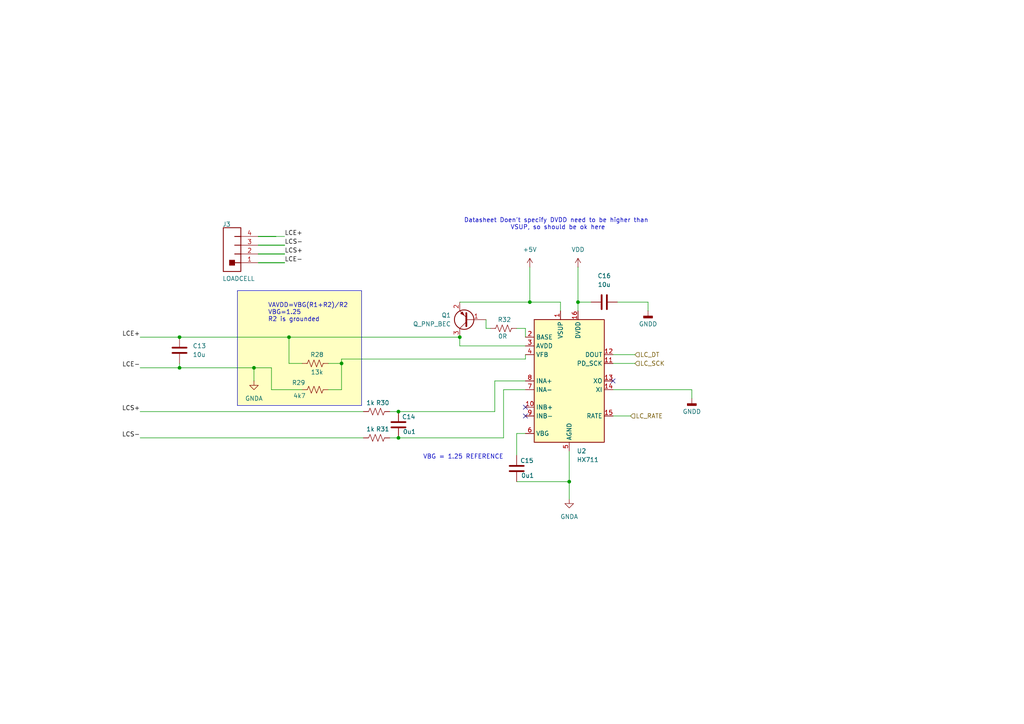
<source format=kicad_sch>
(kicad_sch (version 20250114) (generator "eeschema") (generator_version "9.0")
  (paper "A4")
  (lib_symbols
    (symbol "Analog_ADC:HX711"
      (property "Reference" "U" (at 5.08 21.59 0))
      (property "Value" "HX711" (at 7.62 19.05 0))
      (symbol "HX711_0_1"
        (rectangle (start -10.16 17.78) (end 10.16 -17.78) (stroke (width 0.254)) (fill (type background)))
      )
      (symbol "HX711_1_1"
        (pin passive line (at -12.7 12.7 0) (length 2.54) (name "BASE") (number "2"))
        (pin power_in line (at -12.7 10.16 0) (length 2.54) (name "AVDD") (number "3"))
        (pin input line (at -12.7 7.62 0) (length 2.54) (name "VFB") (number "4"))
        (pin input line (at -12.7 0 0) (length 2.54) (name "INA+") (number "8"))
        (pin input line (at -12.7 -2.54 0) (length 2.54) (name "INA-") (number "7"))
        (pin input line (at -12.7 -7.62 0) (length 2.54) (name "INB+") (number "10"))
        (pin input line (at -12.7 -10.16 0) (length 2.54) (name "INB-") (number "9"))
        (pin passive line (at -12.7 -15.24 0) (length 2.54) (name "VBG") (number "6"))
        (pin power_in line (at -2.54 20.32 270) (length 2.54) (name "VSUP") (number "1"))
        (pin power_in line (at 0 -20.32 90) (length 2.54) (name "AGND") (number "5"))
        (pin power_in line (at 2.54 20.32 270) (length 2.54) (name "DVDD") (number "16"))
        (pin output line (at 12.7 7.62 180) (length 2.54) (name "DOUT") (number "12"))
        (pin input line (at 12.7 5.08 180) (length 2.54) (name "PD_SCK") (number "11"))
        (pin passive line (at 12.7 0 180) (length 2.54) (name "XO") (number "13"))
        (pin passive line (at 12.7 -2.54 180) (length 2.54) (name "XI") (number "14"))
        (pin input line (at 12.7 -10.16 180) (length 2.54) (name "RATE") (number "15"))
      )
    )
    (symbol "Device:C" (pin_numbers (hide yes)) (pin_names (offset 0.254))
      (property "Reference" "C" (at 0.635 2.54 0))
      (property "Value" "C" (at 0.635 -2.54 0))
      (symbol "C_0_1"
        (polyline (pts (xy -2.032 0.762) (xy 2.032 0.762)) (stroke (width 0.508)))
        (polyline (pts (xy -2.032 -0.762) (xy 2.032 -0.762)) (stroke (width 0.508)))
      )
      (symbol "C_1_1"
        (pin passive line (at 0 3.81 270) (length 2.794) (name "~") (number "1"))
        (pin passive line (at 0 -3.81 90) (length 2.794) (name "~") (number "2"))
      )
    )
    (symbol "Device:Q_PNP_BEC" (pin_names (offset 0) (hide yes))
      (property "Reference" "Q" (at 5.08 1.27 0))
      (property "Value" "Q_PNP_BEC" (at 5.08 -1.27 0))
      (symbol "Q_PNP_BEC_0_1"
        (polyline (pts (xy 0.635 1.905) (xy 0.635 -1.905) (xy 0.635 -1.905)) (stroke (width 0.508)))
        (polyline (pts (xy 0.635 0.635) (xy 2.54 2.54)))
        (polyline (pts (xy 0.635 -0.635) (xy 2.54 -2.54) (xy 2.54 -2.54)))
        (circle (center 1.27 0) (radius 2.8194) (stroke (width 0.254)))
        (polyline (pts (xy 2.286 -1.778) (xy 1.778 -2.286) (xy 1.27 -1.27) (xy 2.286 -1.778) (xy 2.286 -1.778)) (fill (type outline)))
      )
      (symbol "Q_PNP_BEC_1_1"
        (pin input line (at -5.08 0 0) (length 5.715) (name "B") (number "1"))
        (pin passive line (at 2.54 5.08 270) (length 2.54) (name "C") (number "3"))
        (pin passive line (at 2.54 -5.08 90) (length 2.54) (name "E") (number "2"))
      )
    )
    (symbol "Device:R_US" (pin_numbers (hide yes)) (pin_names (offset 0))
      (property "Reference" "R" (at 2.54 0 90))
      (property "Value" "R_US" (at -2.54 0 90))
      (symbol "R_US_0_1"
        (polyline (pts (xy 0 2.286) (xy 0 2.54)))
        (polyline (pts (xy 0 2.286) (xy 1.016 1.905) (xy 0 1.524) (xy -1.016 1.143) (xy 0 0.762)))
        (polyline (pts (xy 0 0.762) (xy 1.016 0.381) (xy 0 0) (xy -1.016 -0.381) (xy 0 -0.762)))
        (polyline (pts (xy 0 -0.762) (xy 1.016 -1.143) (xy 0 -1.524) (xy -1.016 -1.905) (xy 0 -2.286)))
        (polyline (pts (xy 0 -2.286) (xy 0 -2.54)))
      )
      (symbol "R_US_1_1"
        (pin passive line (at 0 3.81 270) (length 1.27) (name "~") (number "1"))
        (pin passive line (at 0 -3.81 90) (length 1.27) (name "~") (number "2"))
      )
    )
    (symbol "UMTK-altium-import:2_4Pin JST"
      (property "Value" "2_4Pin JST" (at 0 0 0))
      (symbol "2_4Pin JST_1_0"
        (polyline (pts (xy -5.08 0) (xy 0 0) (xy 0 12.7) (xy -5.08 12.7) (xy -5.08 0)) (stroke (width 0.254)))
        (rectangle (start -1.778 3.302) (end -3.302 1.778) (fill (type outline)))
        (polyline (pts (xy 0 10.16) (xy -1.778 10.16)) (stroke (width 0.254)))
        (polyline (pts (xy 0 7.62) (xy -1.778 7.62)) (stroke (width 0.254)))
        (polyline (pts (xy 0 5.08) (xy -1.778 5.08)) (stroke (width 0.254)))
        (polyline (pts (xy 0 2.54) (xy -1.778 2.54)) (stroke (width 0.254)))
        (pin passive line (at 5.08 10.16 180) (length 5.08) (name "4") (number "4"))
        (pin passive line (at 5.08 7.62 180) (length 5.08) (name "3") (number "3"))
        (pin passive line (at 5.08 5.08 180) (length 5.08) (name "2") (number "2"))
        (pin passive line (at 5.08 2.54 180) (length 5.08) (name "1") (number "1"))
      )
    )
    (symbol "power:+5V" (power) (pin_numbers (hide yes)) (pin_names (offset 0) (hide yes))
      (property "Value" "+5V" (at 0 3.556 0))
      (symbol "+5V_0_1"
        (polyline (pts (xy -0.762 1.27) (xy 0 2.54)))
        (polyline (pts (xy 0 2.54) (xy 0.762 1.27)))
        (polyline (pts (xy 0 0) (xy 0 2.54)))
      )
      (symbol "+5V_1_1"
        (pin power_in line (at 0 0 90) (length 0) (name "~") (number "1"))
      )
    )
    (symbol "power:GNDA" (power) (pin_numbers (hide yes)) (pin_names (offset 0) (hide yes))
      (property "Value" "GNDA" (at 0 -3.81 0))
      (symbol "GNDA_0_1"
        (polyline (pts (xy 0 0) (xy 0 -1.27) (xy 1.27 -1.27) (xy 0 -2.54) (xy -1.27 -1.27) (xy 0 -1.27)))
      )
      (symbol "GNDA_1_1"
        (pin power_in line (at 0 0 270) (length 0) (name "~") (number "1"))
      )
    )
    (symbol "power:GNDD" (power) (pin_numbers (hide yes)) (pin_names (offset 0) (hide yes))
      (property "Value" "GNDD" (at 0 -3.175 0))
      (symbol "GNDD_0_1"
        (rectangle (start -1.27 -1.524) (end 1.27 -2.032) (stroke (width 0.254)) (fill (type outline)))
        (polyline (pts (xy 0 0) (xy 0 -1.524)))
      )
      (symbol "GNDD_1_1"
        (pin power_in line (at 0 0 270) (length 0) (name "~") (number "1"))
      )
    )
    (symbol "power:VDD" (power) (pin_numbers (hide yes)) (pin_names (offset 0) (hide yes))
      (property "Value" "VDD" (at 0 3.556 0))
      (symbol "VDD_0_1"
        (polyline (pts (xy -0.762 1.27) (xy 0 2.54)))
        (polyline (pts (xy 0 2.54) (xy 0.762 1.27)))
        (polyline (pts (xy 0 0) (xy 0 2.54)))
      )
      (symbol "VDD_1_1"
        (pin power_in line (at 0 0 90) (length 0) (name "~") (number "1"))
      )
    )
  )
  (rectangle (start 68.834 84.328) (end 104.902 117.602) (fill (type color) (color 255 255 194 1)))
  (text "VBG = 1.25 REFERENCE\n" (at 134.366 132.588 0) (effects (font (size 1.27 1.27))))
  (text "VAVDD=VBG(R1+R2)/R2\nVBG=1.25\nR2 is grounded" (at 77.724 90.678 0) (effects (font (size 1.27 1.27)) (justify left)))
  (text "Datasheet Doen't specify DVDD need to be higher than \nVSUP, so should be ok here" (at 161.798 65.024 0) (effects (font (size 1.27 1.27))))
  (junction (at 115.57 127))
  (junction (at 133.35 97.79))
  (junction (at 153.67 87.63))
  (junction (at 115.57 119.38))
  (junction (at 165.1 139.7))
  (junction (at 167.64 87.63))
  (junction (at 73.66 106.68))
  (junction (at 99.06 105.41))
  (junction (at 52.07 97.79))
  (junction (at 52.07 106.68))
  (junction (at 83.82 97.79))
  (no_connect (at 152.4 120.65))
  (no_connect (at 152.4 118.11))
  (no_connect (at 177.8 110.49))
  (wire (pts (xy 52.07 97.79) (xy 83.82 97.79)))
  (wire (pts (xy 143.51 119.38) (xy 143.51 110.49)))
  (wire (pts (xy 152.4 104.14) (xy 152.4 102.87)))
  (wire (pts (xy 99.06 105.41) (xy 99.06 113.03)))
  (wire (pts (xy 87.63 105.41) (xy 83.82 105.41)))
  (wire (pts (xy 95.25 105.41) (xy 99.06 105.41)))
  (wire (pts (xy 187.96 87.63) (xy 187.96 90.17)))
  (wire (pts (xy 52.07 106.68) (xy 73.66 106.68)))
  (wire (pts (xy 162.56 90.17) (xy 162.56 87.63)))
  (wire (pts (xy 74.93 68.58) (xy 80.01 68.58)) (stroke (width 0.254)))
  (wire (pts (xy 115.57 119.38) (xy 143.51 119.38)))
  (wire (pts (xy 99.06 104.14) (xy 99.06 105.41)))
  (wire (pts (xy 146.05 113.03) (xy 152.4 113.03)))
  (wire (pts (xy 115.57 127) (xy 146.05 127)))
  (wire (pts (xy 149.86 139.7) (xy 165.1 139.7)))
  (wire (pts (xy 113.03 127) (xy 115.57 127)))
  (wire (pts (xy 74.93 73.66) (xy 82.55 73.66)) (stroke (width 0.254)))
  (wire (pts (xy 146.05 127) (xy 146.05 113.03)))
  (wire (pts (xy 140.97 95.25) (xy 142.24 95.25)))
  (wire (pts (xy 140.97 92.71) (xy 140.97 95.25)))
  (wire (pts (xy 40.64 119.38) (xy 105.41 119.38)))
  (wire (pts (xy 99.06 113.03) (xy 95.25 113.03)))
  (wire (pts (xy 40.64 97.79) (xy 52.07 97.79)))
  (wire (pts (xy 40.64 127) (xy 105.41 127)))
  (wire (pts (xy 133.35 87.63) (xy 153.67 87.63)))
  (wire (pts (xy 200.66 115.57) (xy 200.66 113.03)))
  (wire (pts (xy 165.1 130.81) (xy 165.1 139.7)))
  (wire (pts (xy 149.86 125.73) (xy 149.86 132.08)))
  (wire (pts (xy 152.4 125.73) (xy 149.86 125.73)))
  (wire (pts (xy 74.93 76.2) (xy 82.55 76.2)) (stroke (width 0.254)))
  (wire (pts (xy 177.8 102.87) (xy 184.15 102.87)))
  (wire (pts (xy 153.67 77.47) (xy 153.67 87.63)))
  (wire (pts (xy 133.35 97.79) (xy 133.35 100.33)))
  (wire (pts (xy 82.55 71.12) (xy 74.93 71.12)) (stroke (width 0.254)))
  (wire (pts (xy 167.64 87.63) (xy 171.45 87.63)))
  (wire (pts (xy 149.86 95.25) (xy 152.4 95.25)))
  (wire (pts (xy 80.01 68.58) (xy 82.55 68.58)))
  (wire (pts (xy 167.64 87.63) (xy 167.64 90.17)))
  (wire (pts (xy 83.82 105.41) (xy 83.82 97.79)))
  (wire (pts (xy 73.66 106.68) (xy 73.66 110.49)))
  (wire (pts (xy 99.06 104.14) (xy 152.4 104.14)))
  (wire (pts (xy 113.03 119.38) (xy 115.57 119.38)))
  (wire (pts (xy 83.82 97.79) (xy 133.35 97.79)))
  (wire (pts (xy 143.51 110.49) (xy 152.4 110.49)))
  (wire (pts (xy 78.74 113.03) (xy 87.63 113.03)))
  (wire (pts (xy 177.8 113.03) (xy 200.66 113.03)))
  (wire (pts (xy 133.35 100.33) (xy 152.4 100.33)))
  (wire (pts (xy 152.4 95.25) (xy 152.4 97.79)))
  (wire (pts (xy 182.88 120.65) (xy 177.8 120.65)))
  (wire (pts (xy 177.8 105.41) (xy 184.15 105.41)))
  (wire (pts (xy 78.74 113.03) (xy 78.74 106.68)))
  (wire (pts (xy 165.1 139.7) (xy 165.1 144.78)))
  (wire (pts (xy 52.07 106.68) (xy 52.07 105.41)))
  (wire (pts (xy 40.64 106.68) (xy 52.07 106.68)))
  (wire (pts (xy 153.67 87.63) (xy 162.56 87.63)))
  (wire (pts (xy 179.07 87.63) (xy 187.96 87.63)))
  (wire (pts (xy 167.64 77.47) (xy 167.64 87.63)))
  (wire (pts (xy 73.66 106.68) (xy 78.74 106.68)))
  (label "LCE-" (at 82.55 76.2 0))
  (label "LCE+" (at 40.64 97.79 180))
  (label "LCS-" (at 40.64 127 180))
  (label "LCE+" (at 82.55 68.58 0))
  (label "LCS-" (at 82.55 71.12 0))
  (label "LCS+" (at 82.55 73.66 0))
  (label "LCS+" (at 40.64 119.38 180))
  (label "LCE-" (at 40.64 106.68 180))
  (hierarchical_label "LC_RATE" (shape input) (at 182.88 120.65 0))
  (hierarchical_label "LC_SCK" (shape input) (at 184.15 105.41 0))
  (hierarchical_label "LC_DT" (shape input) (at 184.15 102.87 0))
  (symbol (lib_id "Device:R_US") (at 91.44 105.41 90) (unit 1)
    (property "Reference" "R28" (at 91.948 102.87 90))
    (property "Value" "13k" (at 91.948 107.95 90))
    (property "Footprint" "Capacitor_SMD:C_0603_1608Metric" (effects (hide yes)))
    (property "Description" "Resistor, US symbol" (effects (hide yes)))
  )
  (symbol (lib_id "power:GNDD") (at 187.96 90.17 0) (unit 1)
    (property "Reference" "#PWR041" (effects (hide yes)))
    (property "Value" "GNDD" (at 187.96 93.98 0))
    (property "Description" "Power symbol creates a global label with name \"GNDD\" , digital ground" (effects (hide yes)))
  )
  (symbol (lib_id "power:GNDA") (at 165.1 144.78 0) (unit 1)
    (property "Reference" "#PWR031" (effects (hide yes)))
    (property "Value" "GNDA" (at 165.1 149.86 0))
    (property "Description" "Power symbol creates a global label with name \"GNDA\" , analog ground" (effects (hide yes)))
  )
  (symbol (lib_id "Device:R_US") (at 146.05 95.25 90) (unit 1)
    (property "Reference" "R32" (at 146.304 92.71 90))
    (property "Value" "0R" (at 145.796 97.536 90))
    (property "Footprint" "Resistor_SMD:R_0603_1608Metric" (effects (hide yes)))
    (property "Description" "Resistor, US symbol" (effects (hide yes)))
  )
  (symbol (lib_id "power:+5V") (at 153.67 77.47 0) (unit 1)
    (property "Reference" "#PWR028" (effects (hide yes)))
    (property "Value" "+5V" (at 153.67 72.39 0))
    (property "Description" "Power symbol creates a global label with name \"+5V\"" (effects (hide yes)))
  )
  (symbol (lib_id "Device:R_US") (at 109.22 119.38 90) (unit 1)
    (property "Reference" "R30" (at 110.998 116.84 90))
    (property "Value" "1k" (at 107.442 116.84 90))
    (property "Footprint" "Resistor_SMD:R_0603_1608Metric" (effects (hide yes)))
    (property "Description" "Resistor, US symbol" (effects (hide yes)))
  )
  (symbol (lib_id "Device:R_US") (at 109.22 127 90) (unit 1)
    (property "Reference" "R31" (at 110.998 124.46 90))
    (property "Value" "1k" (at 107.442 124.46 90))
    (property "Footprint" "Resistor_SMD:R_0603_1608Metric" (effects (hide yes)))
    (property "Description" "Resistor, US symbol" (effects (hide yes)))
  )
  (symbol (lib_id "power:GNDA") (at 73.66 110.49 0) (unit 1)
    (property "Reference" "#PWR030" (effects (hide yes)))
    (property "Value" "GNDA" (at 73.66 115.57 0))
    (property "Description" "Power symbol creates a global label with name \"GNDA\" , analog ground" (effects (hide yes)))
  )
  (symbol (lib_id "Analog_ADC:HX711") (at 165.1 110.49 0) (unit 1)
    (property "Reference" "U2" (at 167.2941 130.81 0) (effects (justify left)))
    (property "Value" "HX711" (at 167.2941 133.35 0) (effects (justify left)))
    (property "Footprint" "Package_SO:SOP-16_3.9x9.9mm_P1.27mm" (effects (hide yes)))
    (property "Datasheet" "https://web.archive.org/web/20220615044707/https://akizukidenshi.com/download/ds/avia/hx711.pdf" (effects (hide yes)))
    (property "Description" "24-Bit Analog-to-Digital Converter (ADC) for Weight Scales" (effects (hide yes)))
  )
  (symbol (lib_id "Device:C") (at 115.57 123.19 0) (unit 1)
    (property "Reference" "C14" (at 116.586 120.904 0) (effects (justify left)))
    (property "Value" "0u1" (at 116.84 125.222 0) (effects (justify left)))
    (property "Footprint" "Capacitor_SMD:C_0603_1608Metric" (effects (hide yes)))
    (property "Description" "Unpolarized capacitor" (effects (hide yes)))
  )
  (symbol (lib_id "power:GNDD") (at 200.66 115.57 0) (unit 1)
    (property "Reference" "#PWR032" (effects (hide yes)))
    (property "Value" "GNDD" (at 200.66 119.38 0))
    (property "Description" "Power symbol creates a global label with name \"GNDD\" , digital ground" (effects (hide yes)))
  )
  (symbol (lib_id "Device:Q_PNP_BEC") (at 135.89 92.71 180) (unit 1)
    (property "Reference" "Q1" (at 130.81 91.4399 0) (effects (justify left)))
    (property "Value" "Q_PNP_BEC" (at 130.81 93.9799 0) (effects (justify left)))
    (property "Footprint" "Package_TO_SOT_SMD:SOT-23" (effects (hide yes)))
    (property "Description" "PNP transistor, base/emitter/collector" (effects (hide yes)))
  )
  (symbol (lib_id "Device:C") (at 175.26 87.63 90) (unit 1)
    (property "Reference" "C16" (at 175.26 80.01 90))
    (property "Value" "10u" (at 175.26 82.55 90))
    (property "Footprint" "Capacitor_SMD:C_0805_2012Metric" (effects (hide yes)))
    (property "Description" "Unpolarized capacitor" (effects (hide yes)))
  )
  (symbol (lib_id "Device:C") (at 149.86 135.89 0) (unit 1)
    (property "Reference" "C15" (at 150.876 133.604 0) (effects (justify left)))
    (property "Value" "0u1" (at 151.13 137.922 0) (effects (justify left)))
    (property "Footprint" "Capacitor_SMD:C_0603_1608Metric" (effects (hide yes)))
    (property "Description" "Unpolarized capacitor" (effects (hide yes)))
  )
  (symbol (lib_id "power:VDD") (at 167.64 77.47 0) (unit 1)
    (property "Reference" "#PWR033" (effects (hide yes)))
    (property "Value" "VDD" (at 167.64 72.39 0))
    (property "Description" "Power symbol creates a global label with name \"VDD\"" (effects (hide yes)))
  )
  (symbol (lib_id "Device:C") (at 52.07 101.6 180) (unit 1)
    (property "Reference" "C13" (at 55.88 100.3299 0) (effects (justify right)))
    (property "Value" "10u" (at 55.88 102.8699 0) (effects (justify right)))
    (property "Footprint" "Capacitor_SMD:C_0805_2012Metric" (effects (hide yes)))
    (property "Description" "Unpolarized capacitor" (effects (hide yes)))
  )
  (symbol (lib_id "Device:R_US") (at 91.44 113.03 90) (unit 1)
    (property "Reference" "R29" (at 86.614 110.998 90))
    (property "Value" "4k7" (at 86.868 114.808 90))
    (property "Footprint" "Resistor_SMD:R_0603_1608Metric" (effects (hide yes)))
    (property "Description" "Resistor, US symbol" (effects (hide yes)))
  )
  (symbol (lib_id "UMTK-altium-import:2_4Pin JST") (at 69.85 78.74 0) (unit 1)
    (property "Reference" "J3" (at 64.516 65.786 0) (effects (justify left bottom)))
    (property "Value" "LOADCELL" (at 64.516 81.534 0) (effects (justify left bottom)))
    (property "Footprint" "Connector_Phoenix_MC:PhoenixContact_MC_1,5_4-G-3.81_1x04_P3.81mm_Horizontal" (effects (hide yes)))
  )
)
</source>
